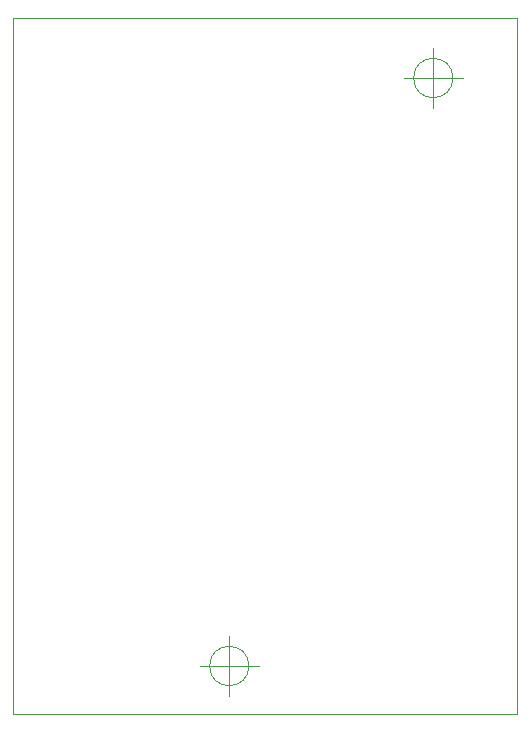
<source format=gbr>
%FSLAX34Y34*%
G04 Gerber Fmt 3.4, Leading zero omitted, Abs format*
G04 (created by PCBNEW (2014-06-16 BZR 4947)-product) date Tue 01 Jul 2014 11:52:39 PM EDT*
%MOIN*%
G01*
G70*
G90*
G04 APERTURE LIST*
%ADD10C,0.003937*%
G04 APERTURE END LIST*
G54D10*
X7856Y1600D02*
G75*
G03X7856Y1600I-656J0D01*
G74*
G01*
X6215Y1600D02*
X8184Y1600D01*
X7200Y2584D02*
X7200Y615D01*
X14656Y21200D02*
G75*
G03X14656Y21200I-656J0D01*
G74*
G01*
X13015Y21200D02*
X14984Y21200D01*
X14000Y22184D02*
X14000Y20215D01*
X0Y0D02*
X0Y23200D01*
X16800Y0D02*
X0Y0D01*
X16800Y23200D02*
X16800Y0D01*
X0Y23200D02*
X16800Y23200D01*
X0Y0D02*
X16500Y0D01*
M02*

</source>
